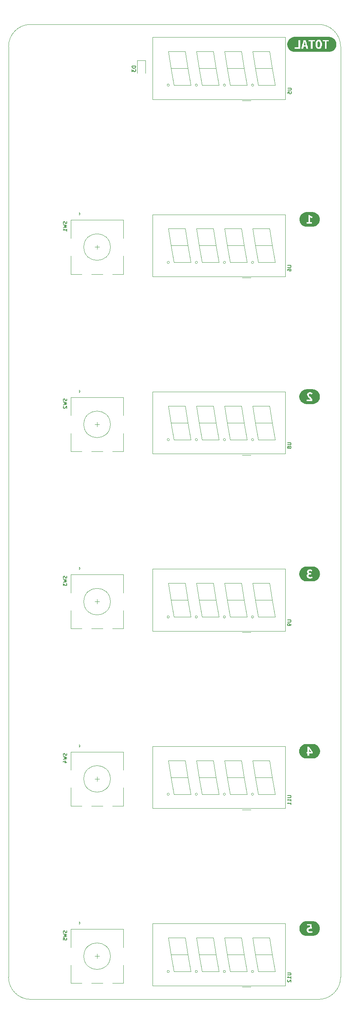
<source format=gbr>
G04 #@! TF.GenerationSoftware,KiCad,Pcbnew,6.0.10+dfsg-1~bpo11+1*
G04 #@! TF.ProjectId,ui,75692e6b-6963-4616-945f-706362585858,rev?*
G04 #@! TF.SameCoordinates,Original*
G04 #@! TF.FileFunction,Legend,Bot*
G04 #@! TF.FilePolarity,Positive*
%FSLAX46Y46*%
G04 Gerber Fmt 4.6, Leading zero omitted, Abs format (unit mm)*
%MOMM*%
%LPD*%
G01*
G04 APERTURE LIST*
G04 #@! TA.AperFunction,Profile*
%ADD10C,0.100000*%
G04 #@! TD*
%ADD11C,0.150000*%
%ADD12C,0.120000*%
%ADD13C,0.800000*%
%ADD14C,6.400000*%
%ADD15C,0.900000*%
%ADD16C,13.000000*%
%ADD17O,1.950000X1.700000*%
%ADD18C,1.734000*%
%ADD19C,3.000000*%
%ADD20R,1.700000X1.700000*%
%ADD21C,1.700000*%
%ADD22O,2.000000X1.700000*%
%ADD23R,1.500000X1.500000*%
%ADD24C,1.500000*%
%ADD25R,2.000000X2.000000*%
%ADD26C,2.000000*%
%ADD27C,3.200000*%
G04 APERTURE END LIST*
D10*
X220000000Y-30000000D02*
X155000000Y-30000000D01*
X220000000Y-250000000D02*
G75*
G03*
X225000000Y-245000000I0J5000000D01*
G01*
X150000000Y-35000000D02*
X150000000Y-245000000D01*
X155000000Y-30000000D02*
G75*
G03*
X150000000Y-35000000I0J-5000000D01*
G01*
X225000000Y-35000000D02*
G75*
G03*
X220000000Y-30000000I-5000000J0D01*
G01*
X225000000Y-245000000D02*
X225000000Y-35000000D01*
X155000000Y-250000000D02*
X220000000Y-250000000D01*
X150000000Y-245000000D02*
G75*
G03*
X155000000Y-250000000I5000000J0D01*
G01*
D11*
X178711904Y-39409523D02*
X177911904Y-39409523D01*
X177911904Y-39600000D01*
X177950000Y-39714285D01*
X178026190Y-39790476D01*
X178102380Y-39828571D01*
X178254761Y-39866666D01*
X178369047Y-39866666D01*
X178521428Y-39828571D01*
X178597619Y-39790476D01*
X178673809Y-39714285D01*
X178711904Y-39600000D01*
X178711904Y-39409523D01*
X177911904Y-40133333D02*
X177911904Y-40628571D01*
X178216666Y-40361904D01*
X178216666Y-40476190D01*
X178254761Y-40552380D01*
X178292857Y-40590476D01*
X178369047Y-40628571D01*
X178559523Y-40628571D01*
X178635714Y-40590476D01*
X178673809Y-40552380D01*
X178711904Y-40476190D01*
X178711904Y-40247619D01*
X178673809Y-40171428D01*
X178635714Y-40133333D01*
X213011904Y-164390476D02*
X213659523Y-164390476D01*
X213735714Y-164428571D01*
X213773809Y-164466666D01*
X213811904Y-164542857D01*
X213811904Y-164695238D01*
X213773809Y-164771428D01*
X213735714Y-164809523D01*
X213659523Y-164847619D01*
X213011904Y-164847619D01*
X213811904Y-165266666D02*
X213811904Y-165419047D01*
X213773809Y-165495238D01*
X213735714Y-165533333D01*
X213621428Y-165609523D01*
X213469047Y-165647619D01*
X213164285Y-165647619D01*
X213088095Y-165609523D01*
X213050000Y-165571428D01*
X213011904Y-165495238D01*
X213011904Y-165342857D01*
X213050000Y-165266666D01*
X213088095Y-165228571D01*
X213164285Y-165190476D01*
X213354761Y-165190476D01*
X213430952Y-165228571D01*
X213469047Y-165266666D01*
X213507142Y-165342857D01*
X213507142Y-165495238D01*
X213469047Y-165571428D01*
X213430952Y-165609523D01*
X213354761Y-165647619D01*
X213011904Y-84390476D02*
X213659523Y-84390476D01*
X213735714Y-84428571D01*
X213773809Y-84466666D01*
X213811904Y-84542857D01*
X213811904Y-84695238D01*
X213773809Y-84771428D01*
X213735714Y-84809523D01*
X213659523Y-84847619D01*
X213011904Y-84847619D01*
X213011904Y-85571428D02*
X213011904Y-85419047D01*
X213050000Y-85342857D01*
X213088095Y-85304761D01*
X213202380Y-85228571D01*
X213354761Y-85190476D01*
X213659523Y-85190476D01*
X213735714Y-85228571D01*
X213773809Y-85266666D01*
X213811904Y-85342857D01*
X213811904Y-85495238D01*
X213773809Y-85571428D01*
X213735714Y-85609523D01*
X213659523Y-85647619D01*
X213469047Y-85647619D01*
X213392857Y-85609523D01*
X213354761Y-85571428D01*
X213316666Y-85495238D01*
X213316666Y-85342857D01*
X213354761Y-85266666D01*
X213392857Y-85228571D01*
X213469047Y-85190476D01*
X163123809Y-234483333D02*
X163161904Y-234597619D01*
X163161904Y-234788095D01*
X163123809Y-234864285D01*
X163085714Y-234902380D01*
X163009523Y-234940476D01*
X162933333Y-234940476D01*
X162857142Y-234902380D01*
X162819047Y-234864285D01*
X162780952Y-234788095D01*
X162742857Y-234635714D01*
X162704761Y-234559523D01*
X162666666Y-234521428D01*
X162590476Y-234483333D01*
X162514285Y-234483333D01*
X162438095Y-234521428D01*
X162400000Y-234559523D01*
X162361904Y-234635714D01*
X162361904Y-234826190D01*
X162400000Y-234940476D01*
X162361904Y-235207142D02*
X163161904Y-235397619D01*
X162590476Y-235550000D01*
X163161904Y-235702380D01*
X162361904Y-235892857D01*
X162361904Y-236578571D02*
X162361904Y-236197619D01*
X162742857Y-236159523D01*
X162704761Y-236197619D01*
X162666666Y-236273809D01*
X162666666Y-236464285D01*
X162704761Y-236540476D01*
X162742857Y-236578571D01*
X162819047Y-236616666D01*
X163009523Y-236616666D01*
X163085714Y-236578571D01*
X163123809Y-236540476D01*
X163161904Y-236464285D01*
X163161904Y-236273809D01*
X163123809Y-236197619D01*
X163085714Y-236159523D01*
X213011904Y-244009523D02*
X213659523Y-244009523D01*
X213735714Y-244047619D01*
X213773809Y-244085714D01*
X213811904Y-244161904D01*
X213811904Y-244314285D01*
X213773809Y-244390476D01*
X213735714Y-244428571D01*
X213659523Y-244466666D01*
X213011904Y-244466666D01*
X213811904Y-245266666D02*
X213811904Y-244809523D01*
X213811904Y-245038095D02*
X213011904Y-245038095D01*
X213126190Y-244961904D01*
X213202380Y-244885714D01*
X213240476Y-244809523D01*
X213088095Y-245571428D02*
X213050000Y-245609523D01*
X213011904Y-245685714D01*
X213011904Y-245876190D01*
X213050000Y-245952380D01*
X213088095Y-245990476D01*
X213164285Y-246028571D01*
X213240476Y-246028571D01*
X213354761Y-245990476D01*
X213811904Y-245533333D01*
X213811904Y-246028571D01*
X163123809Y-154483333D02*
X163161904Y-154597619D01*
X163161904Y-154788095D01*
X163123809Y-154864285D01*
X163085714Y-154902380D01*
X163009523Y-154940476D01*
X162933333Y-154940476D01*
X162857142Y-154902380D01*
X162819047Y-154864285D01*
X162780952Y-154788095D01*
X162742857Y-154635714D01*
X162704761Y-154559523D01*
X162666666Y-154521428D01*
X162590476Y-154483333D01*
X162514285Y-154483333D01*
X162438095Y-154521428D01*
X162400000Y-154559523D01*
X162361904Y-154635714D01*
X162361904Y-154826190D01*
X162400000Y-154940476D01*
X162361904Y-155207142D02*
X163161904Y-155397619D01*
X162590476Y-155550000D01*
X163161904Y-155702380D01*
X162361904Y-155892857D01*
X162361904Y-156121428D02*
X162361904Y-156616666D01*
X162666666Y-156350000D01*
X162666666Y-156464285D01*
X162704761Y-156540476D01*
X162742857Y-156578571D01*
X162819047Y-156616666D01*
X163009523Y-156616666D01*
X163085714Y-156578571D01*
X163123809Y-156540476D01*
X163161904Y-156464285D01*
X163161904Y-156235714D01*
X163123809Y-156159523D01*
X163085714Y-156121428D01*
X163123809Y-74483333D02*
X163161904Y-74597619D01*
X163161904Y-74788095D01*
X163123809Y-74864285D01*
X163085714Y-74902380D01*
X163009523Y-74940476D01*
X162933333Y-74940476D01*
X162857142Y-74902380D01*
X162819047Y-74864285D01*
X162780952Y-74788095D01*
X162742857Y-74635714D01*
X162704761Y-74559523D01*
X162666666Y-74521428D01*
X162590476Y-74483333D01*
X162514285Y-74483333D01*
X162438095Y-74521428D01*
X162400000Y-74559523D01*
X162361904Y-74635714D01*
X162361904Y-74826190D01*
X162400000Y-74940476D01*
X162361904Y-75207142D02*
X163161904Y-75397619D01*
X162590476Y-75550000D01*
X163161904Y-75702380D01*
X162361904Y-75892857D01*
X163161904Y-76616666D02*
X163161904Y-76159523D01*
X163161904Y-76388095D02*
X162361904Y-76388095D01*
X162476190Y-76311904D01*
X162552380Y-76235714D01*
X162590476Y-76159523D01*
X163123809Y-114483333D02*
X163161904Y-114597619D01*
X163161904Y-114788095D01*
X163123809Y-114864285D01*
X163085714Y-114902380D01*
X163009523Y-114940476D01*
X162933333Y-114940476D01*
X162857142Y-114902380D01*
X162819047Y-114864285D01*
X162780952Y-114788095D01*
X162742857Y-114635714D01*
X162704761Y-114559523D01*
X162666666Y-114521428D01*
X162590476Y-114483333D01*
X162514285Y-114483333D01*
X162438095Y-114521428D01*
X162400000Y-114559523D01*
X162361904Y-114635714D01*
X162361904Y-114826190D01*
X162400000Y-114940476D01*
X162361904Y-115207142D02*
X163161904Y-115397619D01*
X162590476Y-115550000D01*
X163161904Y-115702380D01*
X162361904Y-115892857D01*
X162438095Y-116159523D02*
X162400000Y-116197619D01*
X162361904Y-116273809D01*
X162361904Y-116464285D01*
X162400000Y-116540476D01*
X162438095Y-116578571D01*
X162514285Y-116616666D01*
X162590476Y-116616666D01*
X162704761Y-116578571D01*
X163161904Y-116121428D01*
X163161904Y-116616666D01*
X213011904Y-204009523D02*
X213659523Y-204009523D01*
X213735714Y-204047619D01*
X213773809Y-204085714D01*
X213811904Y-204161904D01*
X213811904Y-204314285D01*
X213773809Y-204390476D01*
X213735714Y-204428571D01*
X213659523Y-204466666D01*
X213011904Y-204466666D01*
X213811904Y-205266666D02*
X213811904Y-204809523D01*
X213811904Y-205038095D02*
X213011904Y-205038095D01*
X213126190Y-204961904D01*
X213202380Y-204885714D01*
X213240476Y-204809523D01*
X213811904Y-206028571D02*
X213811904Y-205571428D01*
X213811904Y-205800000D02*
X213011904Y-205800000D01*
X213126190Y-205723809D01*
X213202380Y-205647619D01*
X213240476Y-205571428D01*
X163123809Y-194483333D02*
X163161904Y-194597619D01*
X163161904Y-194788095D01*
X163123809Y-194864285D01*
X163085714Y-194902380D01*
X163009523Y-194940476D01*
X162933333Y-194940476D01*
X162857142Y-194902380D01*
X162819047Y-194864285D01*
X162780952Y-194788095D01*
X162742857Y-194635714D01*
X162704761Y-194559523D01*
X162666666Y-194521428D01*
X162590476Y-194483333D01*
X162514285Y-194483333D01*
X162438095Y-194521428D01*
X162400000Y-194559523D01*
X162361904Y-194635714D01*
X162361904Y-194826190D01*
X162400000Y-194940476D01*
X162361904Y-195207142D02*
X163161904Y-195397619D01*
X162590476Y-195550000D01*
X163161904Y-195702380D01*
X162361904Y-195892857D01*
X162628571Y-196540476D02*
X163161904Y-196540476D01*
X162323809Y-196350000D02*
X162895238Y-196159523D01*
X162895238Y-196654761D01*
X213011904Y-124390476D02*
X213659523Y-124390476D01*
X213735714Y-124428571D01*
X213773809Y-124466666D01*
X213811904Y-124542857D01*
X213811904Y-124695238D01*
X213773809Y-124771428D01*
X213735714Y-124809523D01*
X213659523Y-124847619D01*
X213011904Y-124847619D01*
X213354761Y-125342857D02*
X213316666Y-125266666D01*
X213278571Y-125228571D01*
X213202380Y-125190476D01*
X213164285Y-125190476D01*
X213088095Y-125228571D01*
X213050000Y-125266666D01*
X213011904Y-125342857D01*
X213011904Y-125495238D01*
X213050000Y-125571428D01*
X213088095Y-125609523D01*
X213164285Y-125647619D01*
X213202380Y-125647619D01*
X213278571Y-125609523D01*
X213316666Y-125571428D01*
X213354761Y-125495238D01*
X213354761Y-125342857D01*
X213392857Y-125266666D01*
X213430952Y-125228571D01*
X213507142Y-125190476D01*
X213659523Y-125190476D01*
X213735714Y-125228571D01*
X213773809Y-125266666D01*
X213811904Y-125342857D01*
X213811904Y-125495238D01*
X213773809Y-125571428D01*
X213735714Y-125609523D01*
X213659523Y-125647619D01*
X213507142Y-125647619D01*
X213430952Y-125609523D01*
X213392857Y-125571428D01*
X213354761Y-125495238D01*
X213061904Y-44390476D02*
X213709523Y-44390476D01*
X213785714Y-44428571D01*
X213823809Y-44466666D01*
X213861904Y-44542857D01*
X213861904Y-44695238D01*
X213823809Y-44771428D01*
X213785714Y-44809523D01*
X213709523Y-44847619D01*
X213061904Y-44847619D01*
X213061904Y-45609523D02*
X213061904Y-45228571D01*
X213442857Y-45190476D01*
X213404761Y-45228571D01*
X213366666Y-45304761D01*
X213366666Y-45495238D01*
X213404761Y-45571428D01*
X213442857Y-45609523D01*
X213519047Y-45647619D01*
X213709523Y-45647619D01*
X213785714Y-45609523D01*
X213823809Y-45571428D01*
X213861904Y-45495238D01*
X213861904Y-45304761D01*
X213823809Y-45228571D01*
X213785714Y-45190476D01*
D12*
X180960000Y-38140000D02*
X180960000Y-41000000D01*
X179040000Y-38140000D02*
X180960000Y-38140000D01*
X179040000Y-41000000D02*
X179040000Y-38140000D01*
X205120000Y-156082500D02*
X205755000Y-159892500D01*
X202580000Y-156082500D02*
X198770000Y-156082500D01*
X191150000Y-163702500D02*
X190515000Y-159892500D01*
X189880000Y-156082500D02*
X186070000Y-156082500D01*
X203215000Y-159892500D02*
X199405000Y-159892500D01*
X199405000Y-159892500D02*
X200040000Y-163702500D01*
X203850000Y-163702500D02*
X203215000Y-159892500D01*
X190515000Y-159892500D02*
X186705000Y-159892500D01*
X205755000Y-159892500D02*
X206390000Y-163702500D01*
X209565000Y-159892500D02*
X208930000Y-156082500D01*
X208930000Y-156082500D02*
X205120000Y-156082500D01*
X210200000Y-163702500D02*
X209565000Y-159892500D01*
X190515000Y-159892500D02*
X189880000Y-156082500D01*
X196865000Y-159892500D02*
X193055000Y-159892500D01*
X197500000Y-163702500D02*
X196865000Y-159892500D01*
X186070000Y-156082500D02*
X186705000Y-159892500D01*
X203215000Y-159892500D02*
X202580000Y-156082500D01*
X192420000Y-156082500D02*
X193055000Y-159892500D01*
X198770000Y-156082500D02*
X199405000Y-159892500D01*
X186705000Y-159892500D02*
X187340000Y-163702500D01*
X196230000Y-156082500D02*
X192420000Y-156082500D01*
X209565000Y-159892500D02*
X205755000Y-159892500D01*
X206390000Y-163702500D02*
X210200000Y-163702500D01*
X193690000Y-163702500D02*
X197500000Y-163702500D01*
X204750000Y-167172500D02*
X202750000Y-167172500D01*
X196865000Y-159892500D02*
X196230000Y-156082500D01*
X200040000Y-163702500D02*
X203850000Y-163702500D01*
X193055000Y-159892500D02*
X193690000Y-163702500D01*
X187340000Y-163702500D02*
X191150000Y-163702500D01*
X212500000Y-166892500D02*
X182500000Y-166892500D01*
X182500000Y-166892500D02*
X182500000Y-152892500D01*
X182500000Y-152892500D02*
X212500000Y-152892500D01*
X212500000Y-152892500D02*
X212500000Y-166892500D01*
X205374000Y-163702500D02*
G75*
G03*
X205374000Y-163702500I-254000J0D01*
G01*
X199024000Y-163702500D02*
G75*
G03*
X199024000Y-163702500I-254000J0D01*
G01*
X186324000Y-163702500D02*
G75*
G03*
X186324000Y-163702500I-254000J0D01*
G01*
X192674000Y-163702500D02*
G75*
G03*
X192674000Y-163702500I-254000J0D01*
G01*
G36*
X216950600Y-34111062D02*
G01*
X217001400Y-34307912D01*
X217045850Y-34503175D01*
X217085537Y-34706375D01*
X216701362Y-34706375D01*
X216739462Y-34503175D01*
X216782325Y-34307912D01*
X216833125Y-34111062D01*
X216891862Y-33899925D01*
X216950600Y-34111062D01*
G37*
G36*
X214468820Y-36178860D02*
G01*
X214305059Y-36154568D01*
X214144467Y-36114342D01*
X213988592Y-36058569D01*
X213838934Y-35987786D01*
X213696935Y-35902675D01*
X213563962Y-35804056D01*
X213441296Y-35692877D01*
X213330117Y-35570211D01*
X213266364Y-35484250D01*
X214634437Y-35484250D01*
X215869512Y-35484250D01*
X216123512Y-35484250D01*
X216542612Y-35484250D01*
X216634687Y-35030225D01*
X217158562Y-35030225D01*
X217247462Y-35484250D01*
X217653862Y-35484250D01*
X217597855Y-35255967D01*
X217541594Y-35035940D01*
X217485079Y-34824167D01*
X217428310Y-34620650D01*
X217371287Y-34425387D01*
X217300445Y-34189545D01*
X217230794Y-33959853D01*
X217194938Y-33842775D01*
X217761812Y-33842775D01*
X218279337Y-33842775D01*
X218279337Y-35484250D01*
X218673037Y-35484250D01*
X218673037Y-34500000D01*
X219355662Y-34500000D01*
X219367172Y-34738423D01*
X219401700Y-34945691D01*
X219459247Y-35121804D01*
X219539812Y-35266762D01*
X219679512Y-35410519D01*
X219853079Y-35496774D01*
X220060512Y-35525525D01*
X220273061Y-35496774D01*
X220449274Y-35410519D01*
X220589150Y-35266762D01*
X220669021Y-35121804D01*
X220726072Y-34945691D01*
X220760302Y-34738423D01*
X220771712Y-34500000D01*
X220760005Y-34261577D01*
X220724881Y-34054309D01*
X220666342Y-33878196D01*
X220646316Y-33842775D01*
X220936812Y-33842775D01*
X221454337Y-33842775D01*
X221454337Y-35484250D01*
X221848037Y-35484250D01*
X221848037Y-33842775D01*
X222365562Y-33842775D01*
X222365562Y-33518925D01*
X220936812Y-33518925D01*
X220936812Y-33842775D01*
X220646316Y-33842775D01*
X220584387Y-33733237D01*
X220443276Y-33589481D01*
X220269710Y-33503226D01*
X220063687Y-33474475D01*
X219851315Y-33503226D01*
X219675632Y-33589481D01*
X219536637Y-33733237D01*
X219457461Y-33878196D01*
X219400906Y-34054309D01*
X219366973Y-34261577D01*
X219355662Y-34500000D01*
X218673037Y-34500000D01*
X218673037Y-33842775D01*
X219190562Y-33842775D01*
X219190562Y-33518925D01*
X217761812Y-33518925D01*
X217761812Y-33842775D01*
X217194938Y-33842775D01*
X217162333Y-33736313D01*
X217095062Y-33518925D01*
X216669612Y-33518925D01*
X216599862Y-33738099D01*
X216530309Y-33963822D01*
X216460955Y-34196093D01*
X216391800Y-34434912D01*
X216336872Y-34631826D01*
X216282580Y-34835216D01*
X216228922Y-35045084D01*
X216175900Y-35261428D01*
X216123512Y-35484250D01*
X215869512Y-35484250D01*
X215869512Y-33518925D01*
X215475812Y-33518925D01*
X215475812Y-35160400D01*
X214634437Y-35160400D01*
X214634437Y-35484250D01*
X213266364Y-35484250D01*
X213231498Y-35437238D01*
X213146386Y-35295238D01*
X213075604Y-35145581D01*
X213019831Y-34989705D01*
X212979605Y-34829114D01*
X212955313Y-34665353D01*
X212947190Y-34500000D01*
X212955313Y-34334647D01*
X212979605Y-34170886D01*
X213019831Y-34010295D01*
X213075604Y-33854419D01*
X213146386Y-33704762D01*
X213231498Y-33562762D01*
X213330117Y-33429789D01*
X213441296Y-33307123D01*
X213563962Y-33195944D01*
X213696935Y-33097325D01*
X213838934Y-33012214D01*
X213988592Y-32941431D01*
X214144467Y-32885658D01*
X214305059Y-32845432D01*
X214468820Y-32821140D01*
X214634173Y-32813017D01*
X222365827Y-32813017D01*
X222531180Y-32821140D01*
X222694941Y-32845432D01*
X222855532Y-32885658D01*
X223011408Y-32941431D01*
X223161065Y-33012214D01*
X223303065Y-33097325D01*
X223436038Y-33195944D01*
X223558704Y-33307123D01*
X223669883Y-33429789D01*
X223768502Y-33562762D01*
X223853614Y-33704762D01*
X223924396Y-33854419D01*
X223980169Y-34010295D01*
X224020395Y-34170886D01*
X224044687Y-34334647D01*
X224052810Y-34500000D01*
X224044687Y-34665353D01*
X224020395Y-34829114D01*
X223980169Y-34989705D01*
X223924396Y-35145581D01*
X223853614Y-35295238D01*
X223768502Y-35437238D01*
X223669883Y-35570211D01*
X223558704Y-35692877D01*
X223436038Y-35804056D01*
X223303065Y-35902675D01*
X223161065Y-35987786D01*
X223011408Y-36058569D01*
X222855532Y-36114342D01*
X222694941Y-36154568D01*
X222531180Y-36178860D01*
X222365827Y-36186983D01*
X214634173Y-36186983D01*
X214468820Y-36178860D01*
G37*
G36*
X220225612Y-33868175D02*
G01*
X220319275Y-34015812D01*
X220363725Y-34233300D01*
X220372059Y-34361887D01*
X220374837Y-34500000D01*
X220372059Y-34638509D01*
X220363725Y-34768287D01*
X220319275Y-34985775D01*
X220225612Y-35131825D01*
X220063687Y-35185800D01*
X219903350Y-35131825D01*
X219808100Y-34984187D01*
X219763650Y-34766700D01*
X219755316Y-34638112D01*
X219752537Y-34500000D01*
X219755316Y-34361491D01*
X219763650Y-34231712D01*
X219808100Y-34014225D01*
X219901762Y-33868175D01*
X220063687Y-33814200D01*
X220225612Y-33868175D01*
G37*
G36*
X217171242Y-115658322D02*
G01*
X217009485Y-115634327D01*
X216850858Y-115594594D01*
X216696890Y-115539503D01*
X216549063Y-115469586D01*
X216408801Y-115385516D01*
X216277454Y-115288103D01*
X216156288Y-115178284D01*
X216046470Y-115057119D01*
X216007732Y-115004887D01*
X217334837Y-115004887D01*
X218617537Y-115004887D01*
X218625475Y-114925512D01*
X218623887Y-114858838D01*
X218609203Y-114706437D01*
X218565150Y-114566737D01*
X218498475Y-114438547D01*
X218415925Y-114320675D01*
X218322262Y-114211931D01*
X218222250Y-114111125D01*
X218122237Y-114016272D01*
X218028575Y-113925387D01*
X217879350Y-113753938D01*
X217820612Y-113585663D01*
X217893637Y-113399925D01*
X218077787Y-113334837D01*
X218271462Y-113379287D01*
X218471487Y-113528512D01*
X218665162Y-113255462D01*
X218528241Y-113139575D01*
X218371475Y-113058613D01*
X218205184Y-113010988D01*
X218039687Y-112995113D01*
X217807912Y-113030037D01*
X217611062Y-113134812D01*
X217474537Y-113311025D01*
X217423737Y-113557087D01*
X217461837Y-113752350D01*
X217563437Y-113934912D01*
X217706312Y-114106362D01*
X217868237Y-114265113D01*
X217963487Y-114355600D01*
X218065087Y-114463550D01*
X218146050Y-114576262D01*
X218179387Y-114681038D01*
X217334837Y-114681038D01*
X217334837Y-115004887D01*
X216007732Y-115004887D01*
X215949057Y-114925772D01*
X215864987Y-114785510D01*
X215795070Y-114637683D01*
X215739979Y-114483715D01*
X215700245Y-114325088D01*
X215676251Y-114163330D01*
X215668227Y-114000000D01*
X215676251Y-113836670D01*
X215700245Y-113674912D01*
X215739979Y-113516285D01*
X215795070Y-113362317D01*
X215864987Y-113214490D01*
X215949057Y-113074228D01*
X216046470Y-112942881D01*
X216156288Y-112821716D01*
X216277454Y-112711897D01*
X216408801Y-112614484D01*
X216549063Y-112530414D01*
X216696890Y-112460497D01*
X216850858Y-112405406D01*
X217009485Y-112365673D01*
X217171242Y-112341678D01*
X217334573Y-112333654D01*
X218665427Y-112333654D01*
X218828758Y-112341678D01*
X218990515Y-112365673D01*
X219149142Y-112405406D01*
X219303110Y-112460497D01*
X219450937Y-112530414D01*
X219591199Y-112614484D01*
X219722546Y-112711897D01*
X219843711Y-112821716D01*
X219953530Y-112942881D01*
X220050943Y-113074228D01*
X220135013Y-113214490D01*
X220204930Y-113362317D01*
X220260021Y-113516285D01*
X220299755Y-113674912D01*
X220323749Y-113836670D01*
X220331773Y-114000000D01*
X220323749Y-114163330D01*
X220299755Y-114325088D01*
X220260021Y-114483715D01*
X220204930Y-114637683D01*
X220135013Y-114785510D01*
X220050943Y-114925772D01*
X219953530Y-115057119D01*
X219843711Y-115178284D01*
X219722546Y-115288103D01*
X219591199Y-115385516D01*
X219450937Y-115469586D01*
X219303110Y-115539503D01*
X219149142Y-115594594D01*
X218990515Y-115634327D01*
X218828758Y-115658322D01*
X218665427Y-115666346D01*
X217334573Y-115666346D01*
X217171242Y-115658322D01*
G37*
G36*
X217183507Y-155678860D02*
G01*
X217019746Y-155654568D01*
X216859155Y-155614342D01*
X216703280Y-155558569D01*
X216553622Y-155487786D01*
X216411623Y-155402675D01*
X216278650Y-155304056D01*
X216155983Y-155192877D01*
X216044805Y-155070211D01*
X215946185Y-154937238D01*
X215861074Y-154795238D01*
X215790291Y-154645581D01*
X215734518Y-154489705D01*
X215712061Y-154400050D01*
X217349125Y-154400050D01*
X217393575Y-154650875D01*
X217530100Y-154849312D01*
X217634875Y-154923925D01*
X217765050Y-154979487D01*
X217921419Y-155014016D01*
X218104775Y-155025525D01*
X218258762Y-155014412D01*
X218414337Y-154987425D01*
X218552450Y-154952500D01*
X218650875Y-154917575D01*
X218574675Y-154590550D01*
X218385762Y-154657225D01*
X218258366Y-154683419D01*
X218107950Y-154692150D01*
X217937691Y-154670719D01*
X217826962Y-154606425D01*
X217746000Y-154393700D01*
X217776956Y-154261541D01*
X217869825Y-154176212D01*
X218010319Y-154129778D01*
X218184150Y-154114300D01*
X218304800Y-154114300D01*
X218304800Y-153790450D01*
X218158750Y-153790450D01*
X218038100Y-153777750D01*
X217930150Y-153736475D01*
X217852362Y-153660275D01*
X217822200Y-153539625D01*
X217887287Y-153369762D01*
X218066675Y-153307850D01*
X218287337Y-153344362D01*
X218476250Y-153434850D01*
X218615950Y-153149100D01*
X218388937Y-153033212D01*
X218238522Y-152989159D01*
X218069850Y-152974475D01*
X217915466Y-152984794D01*
X217782512Y-153015750D01*
X217580900Y-153131637D01*
X217463425Y-153307850D01*
X217425325Y-153526925D01*
X217492000Y-153752350D01*
X217669800Y-153917450D01*
X217534466Y-153996031D01*
X217433262Y-154104775D01*
X217370159Y-154240506D01*
X217349125Y-154400050D01*
X215712061Y-154400050D01*
X215694292Y-154329114D01*
X215670000Y-154165353D01*
X215661877Y-154000000D01*
X215670000Y-153834647D01*
X215694292Y-153670886D01*
X215734518Y-153510295D01*
X215790291Y-153354419D01*
X215861074Y-153204762D01*
X215946185Y-153062762D01*
X216044805Y-152929789D01*
X216155983Y-152807123D01*
X216278650Y-152695944D01*
X216411623Y-152597325D01*
X216553622Y-152512214D01*
X216703280Y-152441431D01*
X216859155Y-152385658D01*
X217019746Y-152345432D01*
X217183507Y-152321140D01*
X217348860Y-152313017D01*
X218651140Y-152313017D01*
X218816493Y-152321140D01*
X218980254Y-152345432D01*
X219140845Y-152385658D01*
X219296720Y-152441431D01*
X219446378Y-152512214D01*
X219588377Y-152597325D01*
X219721350Y-152695944D01*
X219844017Y-152807123D01*
X219955195Y-152929789D01*
X220053815Y-153062762D01*
X220138926Y-153204762D01*
X220209709Y-153354419D01*
X220265482Y-153510295D01*
X220305708Y-153670886D01*
X220330000Y-153834647D01*
X220338123Y-154000000D01*
X220330000Y-154165353D01*
X220305708Y-154329114D01*
X220265482Y-154489705D01*
X220209709Y-154645581D01*
X220138926Y-154795238D01*
X220053815Y-154937238D01*
X219955195Y-155070211D01*
X219844017Y-155192877D01*
X219721350Y-155304056D01*
X219588377Y-155402675D01*
X219446378Y-155487786D01*
X219296720Y-155558569D01*
X219140845Y-155614342D01*
X218980254Y-155654568D01*
X218816493Y-155678860D01*
X218651140Y-155686983D01*
X217348860Y-155686983D01*
X217183507Y-155678860D01*
G37*
X187340000Y-83702500D02*
X191150000Y-83702500D01*
X210200000Y-83702500D02*
X209565000Y-79892500D01*
X193690000Y-83702500D02*
X197500000Y-83702500D01*
X203850000Y-83702500D02*
X203215000Y-79892500D01*
X190515000Y-79892500D02*
X186705000Y-79892500D01*
X209565000Y-79892500D02*
X205755000Y-79892500D01*
X203215000Y-79892500D02*
X202580000Y-76082500D01*
X189880000Y-76082500D02*
X186070000Y-76082500D01*
X206390000Y-83702500D02*
X210200000Y-83702500D01*
X186070000Y-76082500D02*
X186705000Y-79892500D01*
X209565000Y-79892500D02*
X208930000Y-76082500D01*
X205755000Y-79892500D02*
X206390000Y-83702500D01*
X203215000Y-79892500D02*
X199405000Y-79892500D01*
X190515000Y-79892500D02*
X189880000Y-76082500D01*
X204750000Y-87172500D02*
X202750000Y-87172500D01*
X198770000Y-76082500D02*
X199405000Y-79892500D01*
X197500000Y-83702500D02*
X196865000Y-79892500D01*
X205120000Y-76082500D02*
X205755000Y-79892500D01*
X192420000Y-76082500D02*
X193055000Y-79892500D01*
X200040000Y-83702500D02*
X203850000Y-83702500D01*
X202580000Y-76082500D02*
X198770000Y-76082500D01*
X208930000Y-76082500D02*
X205120000Y-76082500D01*
X199405000Y-79892500D02*
X200040000Y-83702500D01*
X196230000Y-76082500D02*
X192420000Y-76082500D01*
X191150000Y-83702500D02*
X190515000Y-79892500D01*
X196865000Y-79892500D02*
X193055000Y-79892500D01*
X193055000Y-79892500D02*
X193690000Y-83702500D01*
X186705000Y-79892500D02*
X187340000Y-83702500D01*
X196865000Y-79892500D02*
X196230000Y-76082500D01*
X212500000Y-86892500D02*
X182500000Y-86892500D01*
X182500000Y-86892500D02*
X182500000Y-72892500D01*
X182500000Y-72892500D02*
X212500000Y-72892500D01*
X212500000Y-72892500D02*
X212500000Y-86892500D01*
X205374000Y-83702500D02*
G75*
G03*
X205374000Y-83702500I-254000J0D01*
G01*
X199024000Y-83702500D02*
G75*
G03*
X199024000Y-83702500I-254000J0D01*
G01*
X192674000Y-83702500D02*
G75*
G03*
X192674000Y-83702500I-254000J0D01*
G01*
X186324000Y-83702500D02*
G75*
G03*
X186324000Y-83702500I-254000J0D01*
G01*
G36*
X217127383Y-195636204D02*
G01*
X216967783Y-195612530D01*
X216811272Y-195573326D01*
X216659358Y-195518970D01*
X216513502Y-195449985D01*
X216375111Y-195367036D01*
X216245516Y-195270923D01*
X216125966Y-195162569D01*
X216017613Y-195043019D01*
X215921499Y-194913425D01*
X215838550Y-194775033D01*
X215769566Y-194629178D01*
X215730184Y-194519113D01*
X217288800Y-194519113D01*
X217501525Y-194519113D01*
X217501525Y-194982663D01*
X217892050Y-194982663D01*
X217892050Y-194519113D01*
X218711200Y-194519113D01*
X218711200Y-194233362D01*
X218642144Y-194101203D01*
X218555625Y-193952375D01*
X218455612Y-193793228D01*
X218346075Y-193630113D01*
X218228600Y-193466203D01*
X218104775Y-193304675D01*
X217977775Y-193152672D01*
X217850775Y-193017338D01*
X217501525Y-193017338D01*
X217501525Y-194198438D01*
X217288800Y-194198438D01*
X217288800Y-194519113D01*
X215730184Y-194519113D01*
X215715210Y-194477263D01*
X215676006Y-194320752D01*
X215652332Y-194161152D01*
X215644415Y-194000000D01*
X215652332Y-193838848D01*
X215676006Y-193679248D01*
X215715210Y-193522737D01*
X215769566Y-193370822D01*
X215838550Y-193224967D01*
X215921499Y-193086575D01*
X216017613Y-192956981D01*
X216125966Y-192837431D01*
X216245516Y-192729077D01*
X216375111Y-192632964D01*
X216513502Y-192550015D01*
X216659358Y-192481030D01*
X216811272Y-192426674D01*
X216967783Y-192387470D01*
X217127383Y-192363796D01*
X217288535Y-192355879D01*
X218711465Y-192355879D01*
X218872617Y-192363796D01*
X219032217Y-192387470D01*
X219188728Y-192426674D01*
X219340642Y-192481030D01*
X219486498Y-192550015D01*
X219624889Y-192632963D01*
X219754484Y-192729077D01*
X219874034Y-192837431D01*
X219982387Y-192956981D01*
X220078501Y-193086575D01*
X220161450Y-193224967D01*
X220230434Y-193370822D01*
X220284790Y-193522737D01*
X220323994Y-193679248D01*
X220347668Y-193838848D01*
X220355585Y-194000000D01*
X220347668Y-194161152D01*
X220323994Y-194320752D01*
X220284790Y-194477263D01*
X220230434Y-194629178D01*
X220161450Y-194775033D01*
X220078501Y-194913425D01*
X219982387Y-195043019D01*
X219874034Y-195162569D01*
X219754484Y-195270923D01*
X219624889Y-195367037D01*
X219486498Y-195449985D01*
X219340642Y-195518970D01*
X219188728Y-195573326D01*
X219032217Y-195612530D01*
X218872617Y-195636204D01*
X218711465Y-195644121D01*
X217288535Y-195644121D01*
X217127383Y-195636204D01*
G37*
G36*
X218009525Y-193661863D02*
G01*
X218128587Y-193834900D01*
X218241300Y-194017463D01*
X218336550Y-194198438D01*
X217892050Y-194198438D01*
X217892050Y-193506288D01*
X218009525Y-193661863D01*
G37*
X164100000Y-238250000D02*
X164100000Y-234150000D01*
X175900000Y-238250000D02*
X175900000Y-234150000D01*
X166200000Y-232750000D02*
X165900000Y-232450000D01*
X169500000Y-240250000D02*
X170500000Y-240250000D01*
X175900000Y-246350000D02*
X175900000Y-242250000D01*
X164100000Y-234150000D02*
X175900000Y-234150000D01*
X170000000Y-239750000D02*
X170000000Y-240750000D01*
X164100000Y-246350000D02*
X166500000Y-246350000D01*
X165900000Y-232450000D02*
X165900000Y-233050000D01*
X168700000Y-246350000D02*
X171300000Y-246350000D01*
X165900000Y-233050000D02*
X166200000Y-232750000D01*
X173500000Y-246350000D02*
X175900000Y-246350000D01*
X164100000Y-242250000D02*
X164100000Y-246350000D01*
X173000000Y-240250000D02*
G75*
G03*
X173000000Y-240250000I-3000000J0D01*
G01*
G36*
X217182511Y-235656742D02*
G01*
X217020907Y-235632770D01*
X216862432Y-235593074D01*
X216708610Y-235538036D01*
X216560924Y-235468186D01*
X216420795Y-235384196D01*
X216289574Y-235286876D01*
X216168524Y-235177162D01*
X216058810Y-235056112D01*
X215961489Y-234924890D01*
X215877500Y-234784762D01*
X215807649Y-234637075D01*
X215752611Y-234483254D01*
X215723817Y-234368300D01*
X217345950Y-234368300D01*
X217393575Y-234620713D01*
X217539625Y-234822325D01*
X217649956Y-234898525D01*
X217784100Y-234955675D01*
X217942056Y-234991394D01*
X218123825Y-235003300D01*
X218279400Y-234993775D01*
X218431800Y-234969962D01*
X218563563Y-234936625D01*
X218654050Y-234901700D01*
X218574675Y-234577850D01*
X218396875Y-234641350D01*
X218275431Y-234662781D01*
X218127000Y-234669925D01*
X217938088Y-234644525D01*
X217820613Y-234579437D01*
X217761875Y-234488950D01*
X217746000Y-234384175D01*
X217772988Y-234233362D01*
X217880938Y-234115887D01*
X218111125Y-234039687D01*
X218283369Y-234019447D01*
X218501650Y-234012700D01*
X218473075Y-233748778D01*
X218450850Y-233490412D01*
X218434181Y-233239191D01*
X218422275Y-232996700D01*
X217418975Y-232996700D01*
X217418975Y-233320550D01*
X218095250Y-233320550D01*
X218111125Y-233533275D01*
X218127000Y-233714250D01*
X217886758Y-233746706D01*
X217690967Y-233810206D01*
X217539625Y-233904750D01*
X217432028Y-234029633D01*
X217367469Y-234184150D01*
X217345950Y-234368300D01*
X215723817Y-234368300D01*
X215712915Y-234324778D01*
X215688943Y-234163175D01*
X215680927Y-234000000D01*
X215688943Y-233836825D01*
X215712915Y-233675222D01*
X215752611Y-233516746D01*
X215807649Y-233362925D01*
X215877500Y-233215238D01*
X215961489Y-233075110D01*
X216058810Y-232943888D01*
X216168524Y-232822838D01*
X216289574Y-232713124D01*
X216420795Y-232615804D01*
X216560924Y-232531814D01*
X216708610Y-232461964D01*
X216862432Y-232406926D01*
X217020907Y-232367230D01*
X217182511Y-232343258D01*
X217345685Y-232335242D01*
X218654315Y-232335242D01*
X218817489Y-232343258D01*
X218979093Y-232367230D01*
X219137568Y-232406926D01*
X219291390Y-232461964D01*
X219439076Y-232531814D01*
X219579205Y-232615804D01*
X219710426Y-232713124D01*
X219831476Y-232822838D01*
X219941190Y-232943888D01*
X220038511Y-233075110D01*
X220122500Y-233215238D01*
X220192351Y-233362925D01*
X220247389Y-233516746D01*
X220287085Y-233675222D01*
X220311057Y-233836825D01*
X220319073Y-234000000D01*
X220311057Y-234163175D01*
X220287085Y-234324778D01*
X220247389Y-234483254D01*
X220192351Y-234637075D01*
X220122500Y-234784762D01*
X220038511Y-234924890D01*
X219941190Y-235056112D01*
X219831476Y-235177162D01*
X219710426Y-235286876D01*
X219579205Y-235384196D01*
X219439076Y-235468186D01*
X219291390Y-235538036D01*
X219137568Y-235593074D01*
X218979093Y-235632770D01*
X218817489Y-235656742D01*
X218654315Y-235664758D01*
X217345685Y-235664758D01*
X217182511Y-235656742D01*
G37*
X208930000Y-236082500D02*
X205120000Y-236082500D01*
X186705000Y-239892500D02*
X187340000Y-243702500D01*
X205755000Y-239892500D02*
X206390000Y-243702500D01*
X189880000Y-236082500D02*
X186070000Y-236082500D01*
X202580000Y-236082500D02*
X198770000Y-236082500D01*
X191150000Y-243702500D02*
X190515000Y-239892500D01*
X204750000Y-247172500D02*
X202750000Y-247172500D01*
X200040000Y-243702500D02*
X203850000Y-243702500D01*
X193690000Y-243702500D02*
X197500000Y-243702500D01*
X196865000Y-239892500D02*
X196230000Y-236082500D01*
X203215000Y-239892500D02*
X199405000Y-239892500D01*
X210200000Y-243702500D02*
X209565000Y-239892500D01*
X190515000Y-239892500D02*
X186705000Y-239892500D01*
X186070000Y-236082500D02*
X186705000Y-239892500D01*
X198770000Y-236082500D02*
X199405000Y-239892500D01*
X203850000Y-243702500D02*
X203215000Y-239892500D01*
X205120000Y-236082500D02*
X205755000Y-239892500D01*
X196230000Y-236082500D02*
X192420000Y-236082500D01*
X209565000Y-239892500D02*
X208930000Y-236082500D01*
X192420000Y-236082500D02*
X193055000Y-239892500D01*
X209565000Y-239892500D02*
X205755000Y-239892500D01*
X199405000Y-239892500D02*
X200040000Y-243702500D01*
X193055000Y-239892500D02*
X193690000Y-243702500D01*
X196865000Y-239892500D02*
X193055000Y-239892500D01*
X203215000Y-239892500D02*
X202580000Y-236082500D01*
X197500000Y-243702500D02*
X196865000Y-239892500D01*
X206390000Y-243702500D02*
X210200000Y-243702500D01*
X190515000Y-239892500D02*
X189880000Y-236082500D01*
X187340000Y-243702500D02*
X191150000Y-243702500D01*
X212500000Y-246892500D02*
X182500000Y-246892500D01*
X182500000Y-246892500D02*
X182500000Y-232892500D01*
X182500000Y-232892500D02*
X212500000Y-232892500D01*
X212500000Y-232892500D02*
X212500000Y-246892500D01*
X186324000Y-243702500D02*
G75*
G03*
X186324000Y-243702500I-254000J0D01*
G01*
X205374000Y-243702500D02*
G75*
G03*
X205374000Y-243702500I-254000J0D01*
G01*
X199024000Y-243702500D02*
G75*
G03*
X199024000Y-243702500I-254000J0D01*
G01*
X192674000Y-243702500D02*
G75*
G03*
X192674000Y-243702500I-254000J0D01*
G01*
X175900000Y-158250000D02*
X175900000Y-154150000D01*
X168700000Y-166350000D02*
X171300000Y-166350000D01*
X164100000Y-162250000D02*
X164100000Y-166350000D01*
X164100000Y-158250000D02*
X164100000Y-154150000D01*
X164100000Y-154150000D02*
X175900000Y-154150000D01*
X165900000Y-153050000D02*
X166200000Y-152750000D01*
X170000000Y-159750000D02*
X170000000Y-160750000D01*
X165900000Y-152450000D02*
X165900000Y-153050000D01*
X166200000Y-152750000D02*
X165900000Y-152450000D01*
X173500000Y-166350000D02*
X175900000Y-166350000D01*
X164100000Y-166350000D02*
X166500000Y-166350000D01*
X175900000Y-166350000D02*
X175900000Y-162250000D01*
X169500000Y-160250000D02*
X170500000Y-160250000D01*
X173000000Y-160250000D02*
G75*
G03*
X173000000Y-160250000I-3000000J0D01*
G01*
X164100000Y-78250000D02*
X164100000Y-74150000D01*
X165900000Y-73050000D02*
X166200000Y-72750000D01*
X170000000Y-79750000D02*
X170000000Y-80750000D01*
X164100000Y-74150000D02*
X175900000Y-74150000D01*
X175900000Y-86350000D02*
X175900000Y-82250000D01*
X168700000Y-86350000D02*
X171300000Y-86350000D01*
X164100000Y-86350000D02*
X166500000Y-86350000D01*
X166200000Y-72750000D02*
X165900000Y-72450000D01*
X165900000Y-72450000D02*
X165900000Y-73050000D01*
X169500000Y-80250000D02*
X170500000Y-80250000D01*
X175900000Y-78250000D02*
X175900000Y-74150000D01*
X173500000Y-86350000D02*
X175900000Y-86350000D01*
X164100000Y-82250000D02*
X164100000Y-86350000D01*
X173000000Y-80250000D02*
G75*
G03*
X173000000Y-80250000I-3000000J0D01*
G01*
X164100000Y-118250000D02*
X164100000Y-114150000D01*
X175900000Y-126350000D02*
X175900000Y-122250000D01*
X165900000Y-112450000D02*
X165900000Y-113050000D01*
X175900000Y-118250000D02*
X175900000Y-114150000D01*
X164100000Y-126350000D02*
X166500000Y-126350000D01*
X166200000Y-112750000D02*
X165900000Y-112450000D01*
X164100000Y-114150000D02*
X175900000Y-114150000D01*
X173500000Y-126350000D02*
X175900000Y-126350000D01*
X164100000Y-122250000D02*
X164100000Y-126350000D01*
X165900000Y-113050000D02*
X166200000Y-112750000D01*
X170000000Y-119750000D02*
X170000000Y-120750000D01*
X169500000Y-120250000D02*
X170500000Y-120250000D01*
X168700000Y-126350000D02*
X171300000Y-126350000D01*
X173000000Y-120250000D02*
G75*
G03*
X173000000Y-120250000I-3000000J0D01*
G01*
G36*
X217186121Y-75636204D02*
G01*
X217026521Y-75612529D01*
X216870010Y-75573326D01*
X216718095Y-75518970D01*
X216572240Y-75449985D01*
X216433848Y-75367036D01*
X216304254Y-75270923D01*
X216184704Y-75162569D01*
X216076350Y-75043019D01*
X216031587Y-74982663D01*
X217347537Y-74982663D01*
X218541337Y-74982663D01*
X218541337Y-74658813D01*
X218128587Y-74658813D01*
X218128587Y-73560262D01*
X218331787Y-73672975D01*
X218525462Y-73750763D01*
X218652462Y-73426913D01*
X218487362Y-73353888D01*
X218309562Y-73255462D01*
X218141287Y-73141163D01*
X218004762Y-73017338D01*
X217738062Y-73017338D01*
X217738062Y-74658813D01*
X217347537Y-74658813D01*
X217347537Y-74982663D01*
X216031587Y-74982663D01*
X215980236Y-74913425D01*
X215897288Y-74775033D01*
X215828303Y-74629178D01*
X215773947Y-74477263D01*
X215734743Y-74320752D01*
X215711069Y-74161152D01*
X215703152Y-74000000D01*
X215711069Y-73838848D01*
X215734743Y-73679248D01*
X215773947Y-73522737D01*
X215828303Y-73370822D01*
X215897288Y-73224967D01*
X215980236Y-73086575D01*
X216076350Y-72956981D01*
X216184704Y-72837431D01*
X216304254Y-72729077D01*
X216433848Y-72632964D01*
X216572240Y-72550015D01*
X216718095Y-72481030D01*
X216870010Y-72426674D01*
X217026521Y-72387471D01*
X217186121Y-72363796D01*
X217347273Y-72355879D01*
X218652727Y-72355879D01*
X218813879Y-72363796D01*
X218973479Y-72387470D01*
X219129990Y-72426674D01*
X219281905Y-72481030D01*
X219427760Y-72550015D01*
X219566152Y-72632963D01*
X219695746Y-72729077D01*
X219815296Y-72837431D01*
X219923650Y-72956981D01*
X220019764Y-73086575D01*
X220102712Y-73224967D01*
X220171697Y-73370822D01*
X220226053Y-73522737D01*
X220265257Y-73679248D01*
X220288931Y-73838848D01*
X220296848Y-74000000D01*
X220288931Y-74161152D01*
X220265257Y-74320752D01*
X220226053Y-74477263D01*
X220171697Y-74629178D01*
X220102712Y-74775033D01*
X220019764Y-74913425D01*
X219923650Y-75043019D01*
X219815296Y-75162569D01*
X219695746Y-75270923D01*
X219566152Y-75367037D01*
X219427760Y-75449985D01*
X219281905Y-75518970D01*
X219129990Y-75573326D01*
X218973479Y-75612530D01*
X218813879Y-75636204D01*
X218652727Y-75644121D01*
X217347273Y-75644121D01*
X217186121Y-75636204D01*
G37*
X190515000Y-199892500D02*
X189880000Y-196082500D01*
X186705000Y-199892500D02*
X187340000Y-203702500D01*
X209565000Y-199892500D02*
X205755000Y-199892500D01*
X200040000Y-203702500D02*
X203850000Y-203702500D01*
X198770000Y-196082500D02*
X199405000Y-199892500D01*
X196865000Y-199892500D02*
X193055000Y-199892500D01*
X196230000Y-196082500D02*
X192420000Y-196082500D01*
X205120000Y-196082500D02*
X205755000Y-199892500D01*
X186070000Y-196082500D02*
X186705000Y-199892500D01*
X202580000Y-196082500D02*
X198770000Y-196082500D01*
X192420000Y-196082500D02*
X193055000Y-199892500D01*
X206390000Y-203702500D02*
X210200000Y-203702500D01*
X191150000Y-203702500D02*
X190515000Y-199892500D01*
X203215000Y-199892500D02*
X199405000Y-199892500D01*
X189880000Y-196082500D02*
X186070000Y-196082500D01*
X196865000Y-199892500D02*
X196230000Y-196082500D01*
X205755000Y-199892500D02*
X206390000Y-203702500D01*
X197500000Y-203702500D02*
X196865000Y-199892500D01*
X190515000Y-199892500D02*
X186705000Y-199892500D01*
X210200000Y-203702500D02*
X209565000Y-199892500D01*
X203215000Y-199892500D02*
X202580000Y-196082500D01*
X208930000Y-196082500D02*
X205120000Y-196082500D01*
X204750000Y-207172500D02*
X202750000Y-207172500D01*
X193690000Y-203702500D02*
X197500000Y-203702500D01*
X187340000Y-203702500D02*
X191150000Y-203702500D01*
X193055000Y-199892500D02*
X193690000Y-203702500D01*
X199405000Y-199892500D02*
X200040000Y-203702500D01*
X209565000Y-199892500D02*
X208930000Y-196082500D01*
X203850000Y-203702500D02*
X203215000Y-199892500D01*
X212500000Y-206892500D02*
X182500000Y-206892500D01*
X182500000Y-206892500D02*
X182500000Y-192892500D01*
X182500000Y-192892500D02*
X212500000Y-192892500D01*
X212500000Y-192892500D02*
X212500000Y-206892500D01*
X192674000Y-203702500D02*
G75*
G03*
X192674000Y-203702500I-254000J0D01*
G01*
X186324000Y-203702500D02*
G75*
G03*
X186324000Y-203702500I-254000J0D01*
G01*
X199024000Y-203702500D02*
G75*
G03*
X199024000Y-203702500I-254000J0D01*
G01*
X205374000Y-203702500D02*
G75*
G03*
X205374000Y-203702500I-254000J0D01*
G01*
X175900000Y-206350000D02*
X175900000Y-202250000D01*
X169500000Y-200250000D02*
X170500000Y-200250000D01*
X164100000Y-198250000D02*
X164100000Y-194150000D01*
X164100000Y-194150000D02*
X175900000Y-194150000D01*
X170000000Y-199750000D02*
X170000000Y-200750000D01*
X173500000Y-206350000D02*
X175900000Y-206350000D01*
X164100000Y-206350000D02*
X166500000Y-206350000D01*
X175900000Y-198250000D02*
X175900000Y-194150000D01*
X165900000Y-193050000D02*
X166200000Y-192750000D01*
X165900000Y-192450000D02*
X165900000Y-193050000D01*
X166200000Y-192750000D02*
X165900000Y-192450000D01*
X168700000Y-206350000D02*
X171300000Y-206350000D01*
X164100000Y-202250000D02*
X164100000Y-206350000D01*
X173000000Y-200250000D02*
G75*
G03*
X173000000Y-200250000I-3000000J0D01*
G01*
X193690000Y-123702500D02*
X197500000Y-123702500D01*
X186070000Y-116082500D02*
X186705000Y-119892500D01*
X198770000Y-116082500D02*
X199405000Y-119892500D01*
X191150000Y-123702500D02*
X190515000Y-119892500D01*
X186705000Y-119892500D02*
X187340000Y-123702500D01*
X193055000Y-119892500D02*
X193690000Y-123702500D01*
X192420000Y-116082500D02*
X193055000Y-119892500D01*
X210200000Y-123702500D02*
X209565000Y-119892500D01*
X202580000Y-116082500D02*
X198770000Y-116082500D01*
X203850000Y-123702500D02*
X203215000Y-119892500D01*
X203215000Y-119892500D02*
X199405000Y-119892500D01*
X189880000Y-116082500D02*
X186070000Y-116082500D01*
X196865000Y-119892500D02*
X196230000Y-116082500D01*
X200040000Y-123702500D02*
X203850000Y-123702500D01*
X209565000Y-119892500D02*
X208930000Y-116082500D01*
X203215000Y-119892500D02*
X202580000Y-116082500D01*
X190515000Y-119892500D02*
X186705000Y-119892500D01*
X208930000Y-116082500D02*
X205120000Y-116082500D01*
X196230000Y-116082500D02*
X192420000Y-116082500D01*
X204750000Y-127172500D02*
X202750000Y-127172500D01*
X187340000Y-123702500D02*
X191150000Y-123702500D01*
X199405000Y-119892500D02*
X200040000Y-123702500D01*
X190515000Y-119892500D02*
X189880000Y-116082500D01*
X205755000Y-119892500D02*
X206390000Y-123702500D01*
X206390000Y-123702500D02*
X210200000Y-123702500D01*
X196865000Y-119892500D02*
X193055000Y-119892500D01*
X209565000Y-119892500D02*
X205755000Y-119892500D01*
X205120000Y-116082500D02*
X205755000Y-119892500D01*
X197500000Y-123702500D02*
X196865000Y-119892500D01*
X212500000Y-126892500D02*
X182500000Y-126892500D01*
X182500000Y-126892500D02*
X182500000Y-112892500D01*
X182500000Y-112892500D02*
X212500000Y-112892500D01*
X212500000Y-112892500D02*
X212500000Y-126892500D01*
X186324000Y-123702500D02*
G75*
G03*
X186324000Y-123702500I-254000J0D01*
G01*
X192674000Y-123702500D02*
G75*
G03*
X192674000Y-123702500I-254000J0D01*
G01*
X199024000Y-123702500D02*
G75*
G03*
X199024000Y-123702500I-254000J0D01*
G01*
X205374000Y-123702500D02*
G75*
G03*
X205374000Y-123702500I-254000J0D01*
G01*
X209565000Y-39892500D02*
X208930000Y-36082500D01*
X203850000Y-43702500D02*
X203215000Y-39892500D01*
X196230000Y-36082500D02*
X192420000Y-36082500D01*
X208930000Y-36082500D02*
X205120000Y-36082500D01*
X203215000Y-39892500D02*
X199405000Y-39892500D01*
X190515000Y-39892500D02*
X189880000Y-36082500D01*
X189880000Y-36082500D02*
X186070000Y-36082500D01*
X192420000Y-36082500D02*
X193055000Y-39892500D01*
X204750000Y-47172500D02*
X202750000Y-47172500D01*
X191150000Y-43702500D02*
X190515000Y-39892500D01*
X197500000Y-43702500D02*
X196865000Y-39892500D01*
X199405000Y-39892500D02*
X200040000Y-43702500D01*
X196865000Y-39892500D02*
X196230000Y-36082500D01*
X187340000Y-43702500D02*
X191150000Y-43702500D01*
X198770000Y-36082500D02*
X199405000Y-39892500D01*
X202580000Y-36082500D02*
X198770000Y-36082500D01*
X205120000Y-36082500D02*
X205755000Y-39892500D01*
X206390000Y-43702500D02*
X210200000Y-43702500D01*
X205755000Y-39892500D02*
X206390000Y-43702500D01*
X196865000Y-39892500D02*
X193055000Y-39892500D01*
X193055000Y-39892500D02*
X193690000Y-43702500D01*
X200040000Y-43702500D02*
X203850000Y-43702500D01*
X186705000Y-39892500D02*
X187340000Y-43702500D01*
X210200000Y-43702500D02*
X209565000Y-39892500D01*
X193690000Y-43702500D02*
X197500000Y-43702500D01*
X203215000Y-39892500D02*
X202580000Y-36082500D01*
X190515000Y-39892500D02*
X186705000Y-39892500D01*
X186070000Y-36082500D02*
X186705000Y-39892500D01*
X209565000Y-39892500D02*
X205755000Y-39892500D01*
X212500000Y-46892500D02*
X182500000Y-46892500D01*
X182500000Y-46892500D02*
X182500000Y-32892500D01*
X182500000Y-32892500D02*
X212500000Y-32892500D01*
X212500000Y-32892500D02*
X212500000Y-46892500D01*
X205374000Y-43702500D02*
G75*
G03*
X205374000Y-43702500I-254000J0D01*
G01*
X199024000Y-43702500D02*
G75*
G03*
X199024000Y-43702500I-254000J0D01*
G01*
X186324000Y-43702500D02*
G75*
G03*
X186324000Y-43702500I-254000J0D01*
G01*
X192674000Y-43702500D02*
G75*
G03*
X192674000Y-43702500I-254000J0D01*
G01*
%LPC*%
D13*
X155100000Y-80000000D03*
X159197056Y-81697056D03*
X157500000Y-77600000D03*
X157500000Y-82400000D03*
D14*
X157500000Y-80000000D03*
D13*
X155802944Y-81697056D03*
X159900000Y-80000000D03*
X159197056Y-78302944D03*
X155802944Y-78302944D03*
D15*
X170000000Y-44875000D03*
X170000000Y-35125000D03*
D16*
X170000000Y-40000000D03*
D15*
X173447146Y-36552854D03*
X166552854Y-36552854D03*
X165125000Y-40000000D03*
X173447146Y-43447146D03*
X166552854Y-43447146D03*
X174875000Y-40000000D03*
G36*
G01*
X216725000Y-138350000D02*
X215275000Y-138350000D01*
G75*
G02*
X215025000Y-138100000I0J250000D01*
G01*
X215025000Y-136900000D01*
G75*
G02*
X215275000Y-136650000I250000J0D01*
G01*
X216725000Y-136650000D01*
G75*
G02*
X216975000Y-136900000I0J-250000D01*
G01*
X216975000Y-138100000D01*
G75*
G02*
X216725000Y-138350000I-250000J0D01*
G01*
G37*
D17*
X216000000Y-135000000D03*
X216000000Y-132500000D03*
X216000000Y-130000000D03*
G36*
G01*
X153233000Y-138415000D02*
X153233000Y-136885000D01*
G75*
G02*
X153335000Y-136783000I102000J0D01*
G01*
X154865000Y-136783000D01*
G75*
G02*
X154967000Y-136885000I0J-102000D01*
G01*
X154967000Y-138415000D01*
G75*
G02*
X154865000Y-138517000I-102000J0D01*
G01*
X153335000Y-138517000D01*
G75*
G02*
X153233000Y-138415000I0J102000D01*
G01*
G37*
D18*
X154100000Y-140190000D03*
X154100000Y-142730000D03*
X154100000Y-145270000D03*
X154100000Y-147810000D03*
X154100000Y-150350000D03*
X154100000Y-152890000D03*
X154100000Y-155430000D03*
X154100000Y-157970000D03*
X154100000Y-160510000D03*
X154100000Y-163050000D03*
X154100000Y-165590000D03*
X154100000Y-168130000D03*
X154100000Y-170670000D03*
X154100000Y-173210000D03*
X154100000Y-175750000D03*
X154100000Y-178290000D03*
X154100000Y-180830000D03*
X154100000Y-183370000D03*
X179500000Y-183370000D03*
X179500000Y-180830000D03*
X179500000Y-178290000D03*
X179500000Y-175750000D03*
X179500000Y-173210000D03*
X179500000Y-170670000D03*
X179500000Y-168130000D03*
X179500000Y-165590000D03*
X179500000Y-163050000D03*
X179500000Y-160510000D03*
X179500000Y-157970000D03*
X179500000Y-155430000D03*
X179500000Y-152890000D03*
X179500000Y-150350000D03*
X179500000Y-147810000D03*
X179500000Y-145270000D03*
X179500000Y-142730000D03*
X179500000Y-140190000D03*
X179500000Y-137650000D03*
D14*
X157500000Y-240000000D03*
D13*
X159197056Y-238302944D03*
X157500000Y-242400000D03*
X155802944Y-241697056D03*
X159197056Y-241697056D03*
X159900000Y-240000000D03*
X155802944Y-238302944D03*
X155100000Y-240000000D03*
X157500000Y-237600000D03*
X157500000Y-197600000D03*
X155802944Y-201697056D03*
X155100000Y-200000000D03*
D14*
X157500000Y-200000000D03*
D13*
X155802944Y-198302944D03*
X159900000Y-200000000D03*
X157500000Y-202400000D03*
X159197056Y-201697056D03*
X159197056Y-198302944D03*
D19*
X217500000Y-180000000D03*
D13*
X215802944Y-201697056D03*
X217500000Y-197600000D03*
X219900000Y-200000000D03*
X219197056Y-201697056D03*
X215802944Y-198302944D03*
X219197056Y-198302944D03*
D14*
X217500000Y-200000000D03*
D13*
X217500000Y-202400000D03*
X215100000Y-200000000D03*
D20*
X177180000Y-96190000D03*
D21*
X177180000Y-98730000D03*
X177180000Y-101270000D03*
X177180000Y-103810000D03*
X217820000Y-94920000D03*
X217820000Y-100000000D03*
X217820000Y-105080000D03*
G36*
G01*
X178290000Y-218397500D02*
X179490000Y-218397500D01*
G75*
G02*
X179740000Y-218647500I0J-250000D01*
G01*
X179740000Y-219847500D01*
G75*
G02*
X179490000Y-220097500I-250000J0D01*
G01*
X178290000Y-220097500D01*
G75*
G02*
X178040000Y-219847500I0J250000D01*
G01*
X178040000Y-218647500D01*
G75*
G02*
X178290000Y-218397500I250000J0D01*
G01*
G37*
X178890000Y-221787500D03*
X176350000Y-219247500D03*
X176350000Y-221787500D03*
X173810000Y-219247500D03*
X173810000Y-221787500D03*
X171270000Y-219247500D03*
X171270000Y-221787500D03*
X168730000Y-219247500D03*
X168730000Y-221787500D03*
X166190000Y-219247500D03*
X166190000Y-221787500D03*
X163650000Y-219247500D03*
X163650000Y-221787500D03*
X161110000Y-219247500D03*
X161110000Y-221787500D03*
D13*
X215802944Y-78302944D03*
X219197056Y-81697056D03*
D14*
X217500000Y-80000000D03*
D13*
X219197056Y-78302944D03*
X217500000Y-82400000D03*
X217500000Y-77600000D03*
X215802944Y-81697056D03*
X215100000Y-80000000D03*
X219900000Y-80000000D03*
X215802944Y-161697056D03*
X215100000Y-160000000D03*
X215802944Y-158302944D03*
X219197056Y-158302944D03*
X219900000Y-160000000D03*
X219197056Y-161697056D03*
X217500000Y-162400000D03*
X217500000Y-157600000D03*
D14*
X217500000Y-160000000D03*
G36*
G01*
X218050000Y-68350000D02*
X216550000Y-68350000D01*
G75*
G02*
X216300000Y-68100000I0J250000D01*
G01*
X216300000Y-66900000D01*
G75*
G02*
X216550000Y-66650000I250000J0D01*
G01*
X218050000Y-66650000D01*
G75*
G02*
X218300000Y-66900000I0J-250000D01*
G01*
X218300000Y-68100000D01*
G75*
G02*
X218050000Y-68350000I-250000J0D01*
G01*
G37*
D22*
X217300000Y-65000000D03*
D13*
X215100000Y-120000000D03*
X219900000Y-120000000D03*
X217500000Y-122400000D03*
X215802944Y-121697056D03*
X219197056Y-118302944D03*
X215802944Y-118302944D03*
X217500000Y-117600000D03*
D14*
X217500000Y-120000000D03*
D13*
X219197056Y-121697056D03*
D14*
X157500000Y-40000000D03*
D13*
X155802944Y-41697056D03*
X157500000Y-42400000D03*
X155802944Y-38302944D03*
X157500000Y-37600000D03*
X159900000Y-40000000D03*
X159197056Y-38302944D03*
X155100000Y-40000000D03*
X159197056Y-41697056D03*
X155802944Y-121697056D03*
X159197056Y-118302944D03*
X155100000Y-120000000D03*
X155802944Y-118302944D03*
X157500000Y-117600000D03*
X159900000Y-120000000D03*
X159197056Y-121697056D03*
D14*
X157500000Y-120000000D03*
D13*
X157500000Y-122400000D03*
X219900000Y-40000000D03*
X215100000Y-40000000D03*
X215802944Y-38302944D03*
X217500000Y-37600000D03*
X217500000Y-42400000D03*
D14*
X217500000Y-40000000D03*
D13*
X219197056Y-41697056D03*
X219197056Y-38302944D03*
X215802944Y-41697056D03*
X219197056Y-241697056D03*
X219197056Y-238302944D03*
X215100000Y-240000000D03*
X215802944Y-238302944D03*
D14*
X217500000Y-240000000D03*
D13*
X217500000Y-242400000D03*
X219900000Y-240000000D03*
X215802944Y-241697056D03*
X217500000Y-237600000D03*
G36*
G01*
X179550000Y-38400000D02*
X180450000Y-38400000D01*
G75*
G02*
X180700000Y-38650000I0J-250000D01*
G01*
X180700000Y-39300000D01*
G75*
G02*
X180450000Y-39550000I-250000J0D01*
G01*
X179550000Y-39550000D01*
G75*
G02*
X179300000Y-39300000I0J250000D01*
G01*
X179300000Y-38650000D01*
G75*
G02*
X179550000Y-38400000I250000J0D01*
G01*
G37*
G36*
G01*
X179550000Y-40450000D02*
X180450000Y-40450000D01*
G75*
G02*
X180700000Y-40700000I0J-250000D01*
G01*
X180700000Y-41350000D01*
G75*
G02*
X180450000Y-41600000I-250000J0D01*
G01*
X179550000Y-41600000D01*
G75*
G02*
X179300000Y-41350000I0J250000D01*
G01*
X179300000Y-40700000D01*
G75*
G02*
X179550000Y-40450000I250000J0D01*
G01*
G37*
D23*
X203850000Y-164972500D03*
D24*
X201310000Y-164972500D03*
X198770000Y-164972500D03*
X196230000Y-164972500D03*
X193690000Y-164972500D03*
X191150000Y-164972500D03*
X191150000Y-154812500D03*
X193690000Y-154812500D03*
X196230000Y-154812500D03*
X198770000Y-154812500D03*
X201310000Y-154812500D03*
X203850000Y-154812500D03*
D23*
X203850000Y-84972500D03*
D24*
X201310000Y-84972500D03*
X198770000Y-84972500D03*
X196230000Y-84972500D03*
X193690000Y-84972500D03*
X191150000Y-84972500D03*
X191150000Y-74812500D03*
X193690000Y-74812500D03*
X196230000Y-74812500D03*
X198770000Y-74812500D03*
X201310000Y-74812500D03*
X203850000Y-74812500D03*
D25*
X167500000Y-232750000D03*
D26*
X172500000Y-232750000D03*
X170000000Y-232750000D03*
D27*
X164400000Y-240250000D03*
X175600000Y-240250000D03*
D26*
X172500000Y-247250000D03*
X167500000Y-247250000D03*
D23*
X203850000Y-244972500D03*
D24*
X201310000Y-244972500D03*
X198770000Y-244972500D03*
X196230000Y-244972500D03*
X193690000Y-244972500D03*
X191150000Y-244972500D03*
X191150000Y-234812500D03*
X193690000Y-234812500D03*
X196230000Y-234812500D03*
X198770000Y-234812500D03*
X201310000Y-234812500D03*
X203850000Y-234812500D03*
D25*
X167500000Y-152750000D03*
D26*
X172500000Y-152750000D03*
X170000000Y-152750000D03*
D27*
X164400000Y-160250000D03*
X175600000Y-160250000D03*
D26*
X172500000Y-167250000D03*
X167500000Y-167250000D03*
D25*
X167500000Y-72750000D03*
D26*
X172500000Y-72750000D03*
X170000000Y-72750000D03*
D27*
X164400000Y-80250000D03*
X175600000Y-80250000D03*
D26*
X172500000Y-87250000D03*
X167500000Y-87250000D03*
D25*
X167500000Y-112750000D03*
D26*
X172500000Y-112750000D03*
X170000000Y-112750000D03*
D27*
X164400000Y-120250000D03*
X175600000Y-120250000D03*
D26*
X172500000Y-127250000D03*
X167500000Y-127250000D03*
D23*
X203850000Y-204972500D03*
D24*
X201310000Y-204972500D03*
X198770000Y-204972500D03*
X196230000Y-204972500D03*
X193690000Y-204972500D03*
X191150000Y-204972500D03*
X191150000Y-194812500D03*
X193690000Y-194812500D03*
X196230000Y-194812500D03*
X198770000Y-194812500D03*
X201310000Y-194812500D03*
X203850000Y-194812500D03*
D25*
X167500000Y-192750000D03*
D26*
X172500000Y-192750000D03*
X170000000Y-192750000D03*
D27*
X175600000Y-200250000D03*
X164400000Y-200250000D03*
D26*
X172500000Y-207250000D03*
X167500000Y-207250000D03*
D23*
X203850000Y-124972500D03*
D24*
X201310000Y-124972500D03*
X198770000Y-124972500D03*
X196230000Y-124972500D03*
X193690000Y-124972500D03*
X191150000Y-124972500D03*
X191150000Y-114812500D03*
X193690000Y-114812500D03*
X196230000Y-114812500D03*
X198770000Y-114812500D03*
X201310000Y-114812500D03*
X203850000Y-114812500D03*
D23*
X203850000Y-44972500D03*
D24*
X201310000Y-44972500D03*
X198770000Y-44972500D03*
X196230000Y-44972500D03*
X193690000Y-44972500D03*
X191150000Y-44972500D03*
X191150000Y-34812500D03*
X193690000Y-34812500D03*
X196230000Y-34812500D03*
X198770000Y-34812500D03*
X201310000Y-34812500D03*
X203850000Y-34812500D03*
M02*

</source>
